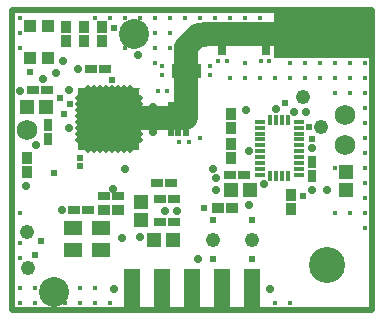
<source format=gts>
%FSLAX25Y25*%
%MOIN*%
G70*
G01*
G75*
G04 Layer_Color=8388736*
%ADD10C,0.02000*%
%ADD11R,0.05118X0.04134*%
%ADD12R,0.02756X0.03150*%
%ADD13R,0.01000X0.01000*%
%ADD14R,0.01575X0.03347*%
%ADD15R,0.03937X0.04331*%
%ADD16C,0.05000*%
%ADD17R,0.03543X0.03543*%
%ADD18R,0.03937X0.03937*%
%ADD19R,0.11024X0.02756*%
%ADD20R,0.03937X0.07874*%
%ADD21R,0.03150X0.02362*%
%ADD22R,0.02362X0.03150*%
%ADD23R,0.01000X0.01000*%
%ADD24R,0.03150X0.02756*%
%ADD25R,0.01969X0.01969*%
%ADD26R,0.01969X0.03937*%
%ADD27R,0.02658X0.00984*%
%ADD28R,0.00984X0.02658*%
%ADD29R,0.05000X0.12500*%
%ADD30O,0.01181X0.02559*%
%ADD31O,0.02559X0.01181*%
%ADD32R,0.14961X0.14961*%
%ADD33C,0.04000*%
%ADD34C,0.01200*%
%ADD35C,0.00500*%
%ADD36C,0.01000*%
%ADD37C,0.00800*%
%ADD38R,0.04500X0.04000*%
%ADD39R,0.05000X0.04000*%
%ADD40R,0.03000X0.05000*%
%ADD41R,0.06000X0.03000*%
%ADD42R,0.09000X0.04000*%
%ADD43R,0.04000X0.01000*%
%ADD44R,0.01000X0.04000*%
%ADD45R,0.03543X0.02598*%
%ADD46C,0.12000*%
%ADD47C,0.06000*%
%ADD48C,0.01600*%
%ADD49C,0.02000*%
%ADD50C,0.02598*%
%ADD51C,0.10000*%
%ADD52C,0.08000*%
%ADD53C,0.00984*%
%ADD54C,0.00591*%
%ADD55C,0.00787*%
%ADD56R,0.01369X0.01369*%
%ADD57R,0.33000X0.16000*%
%ADD58R,0.03000X0.01000*%
%ADD59R,0.01000X0.03000*%
%ADD60R,0.05918X0.04934*%
%ADD61R,0.03556X0.03950*%
%ADD62R,0.02375X0.04147*%
%ADD63R,0.04737X0.05131*%
%ADD64C,0.10000*%
%ADD65R,0.04343X0.04343*%
%ADD66R,0.04737X0.04737*%
%ADD67R,0.11824X0.03556*%
%ADD68R,0.04737X0.08674*%
%ADD69R,0.03950X0.03162*%
%ADD70R,0.03162X0.03950*%
%ADD71R,0.03950X0.03556*%
%ADD72R,0.02769X0.02769*%
%ADD73R,0.02769X0.04737*%
%ADD74R,0.03248X0.01575*%
%ADD75R,0.01575X0.03248*%
%ADD76R,0.05800X0.13300*%
%ADD77O,0.01981X0.03359*%
%ADD78O,0.03359X0.01981*%
%ADD79R,0.15761X0.15761*%
%ADD80C,0.04800*%
%ADD81C,0.06800*%
%ADD82C,0.02400*%
%ADD83C,0.02800*%
%ADD84C,0.03398*%
G36*
X42400Y73900D02*
Y53500D01*
X22200Y53600D01*
X22100Y53700D01*
Y74000D01*
X42500D01*
X42400Y73900D01*
D02*
G37*
D10*
X120000Y0D02*
Y100000D01*
X0D02*
X120000D01*
X0Y0D02*
Y100000D01*
Y0D02*
X120000D01*
D13*
X42200Y66700D02*
D03*
X39200D02*
D03*
X42000Y60800D02*
D03*
X39000D02*
D03*
D23*
X29300Y54200D02*
D03*
Y57200D02*
D03*
X35200Y54300D02*
D03*
Y57300D02*
D03*
D46*
X105000Y15000D02*
D03*
D48*
X59000Y56000D02*
D03*
X68500Y83000D02*
D03*
X83000D02*
D03*
X85500D02*
D03*
X71500D02*
D03*
X66000Y81500D02*
D03*
Y78500D02*
D03*
X50000Y81500D02*
D03*
Y78500D02*
D03*
X48500Y73000D02*
D03*
X51500D02*
D03*
X55500Y56000D02*
D03*
X62500Y57500D02*
D03*
X2500Y2500D02*
D03*
Y7500D02*
D03*
Y17500D02*
D03*
Y22500D02*
D03*
Y32500D02*
D03*
Y87500D02*
D03*
Y92500D02*
D03*
Y97500D02*
D03*
X7500Y2500D02*
D03*
Y7500D02*
D03*
X17500Y2500D02*
D03*
X22500D02*
D03*
Y7500D02*
D03*
X27500Y2500D02*
D03*
Y7500D02*
D03*
Y97500D02*
D03*
X32500Y2500D02*
D03*
Y97500D02*
D03*
X37500Y87500D02*
D03*
Y97500D02*
D03*
X42500D02*
D03*
X47500Y82500D02*
D03*
Y87500D02*
D03*
Y92500D02*
D03*
Y97500D02*
D03*
X52500Y87500D02*
D03*
Y92500D02*
D03*
Y97500D02*
D03*
X57500D02*
D03*
X62500D02*
D03*
X72500Y77500D02*
D03*
X77500D02*
D03*
Y82500D02*
D03*
X82500Y77500D02*
D03*
X87500Y2500D02*
D03*
Y77500D02*
D03*
X92500Y2500D02*
D03*
Y77500D02*
D03*
Y82500D02*
D03*
X97500Y77500D02*
D03*
Y82500D02*
D03*
X102500Y77500D02*
D03*
Y82500D02*
D03*
X107500Y32500D02*
D03*
Y47500D02*
D03*
Y72500D02*
D03*
Y77500D02*
D03*
Y82500D02*
D03*
X112500Y32500D02*
D03*
Y72500D02*
D03*
Y77500D02*
D03*
Y82500D02*
D03*
X117500Y27500D02*
D03*
Y32500D02*
D03*
Y37500D02*
D03*
Y42500D02*
D03*
Y47500D02*
D03*
Y52500D02*
D03*
Y57500D02*
D03*
Y62500D02*
D03*
Y67500D02*
D03*
Y72500D02*
D03*
Y77500D02*
D03*
Y82500D02*
D03*
X67500Y97500D02*
D03*
X72500D02*
D03*
X77500D02*
D03*
X82500D02*
D03*
D51*
X35300Y64700D02*
X35600Y64400D01*
D52*
X40900Y64600D02*
X41300Y64200D01*
X57900D01*
Y87700D01*
X62100Y91900D01*
X64000D01*
X64100Y92000D01*
X93200D01*
D57*
X103500Y92000D02*
D03*
D58*
X40200Y66700D02*
D03*
X40000Y60800D02*
D03*
D59*
X29300Y56200D02*
D03*
X35200Y56300D02*
D03*
D60*
X29500Y20216D02*
D03*
X20445D02*
D03*
Y27500D02*
D03*
X29500D02*
D03*
D61*
X24000Y89638D02*
D03*
Y94362D02*
D03*
X93000Y33638D02*
D03*
Y38362D02*
D03*
X73000Y65362D02*
D03*
Y60638D02*
D03*
X4900Y50862D02*
D03*
Y46138D02*
D03*
X73000Y50638D02*
D03*
Y55362D02*
D03*
X18000Y89638D02*
D03*
Y94362D02*
D03*
X30000Y89638D02*
D03*
Y94362D02*
D03*
D62*
X58000Y60120D02*
D03*
X55441D02*
D03*
X52882D02*
D03*
Y67600D02*
D03*
X55441D02*
D03*
X58000D02*
D03*
D63*
X111200Y45953D02*
D03*
Y40047D02*
D03*
X43000Y30047D02*
D03*
Y35953D02*
D03*
D64*
X40500Y92000D02*
D03*
X14000Y6000D02*
D03*
D65*
X6000Y84000D02*
D03*
Y94827D02*
D03*
X11906Y84000D02*
D03*
Y94827D02*
D03*
D66*
X4950Y67900D02*
D03*
X11250D02*
D03*
X79150Y40000D02*
D03*
X72850D02*
D03*
X53650Y23500D02*
D03*
X47350D02*
D03*
D67*
X103236Y95346D02*
D03*
Y88653D02*
D03*
D68*
X113472Y92000D02*
D03*
X93000D02*
D03*
D69*
X6838Y73300D02*
D03*
X11562D02*
D03*
X72638Y45000D02*
D03*
X77362D02*
D03*
X30638Y38000D02*
D03*
X35362D02*
D03*
X25262Y33300D02*
D03*
X20538D02*
D03*
X49138Y29500D02*
D03*
X53862D02*
D03*
X49138Y37000D02*
D03*
X53862D02*
D03*
X48138Y42500D02*
D03*
X52862D02*
D03*
X30962Y80300D02*
D03*
X26238D02*
D03*
X79862Y92000D02*
D03*
X75138D02*
D03*
D70*
X100000Y44638D02*
D03*
Y49362D02*
D03*
X12100Y61862D02*
D03*
Y57138D02*
D03*
X70000Y91862D02*
D03*
Y87138D02*
D03*
X84500Y91862D02*
D03*
Y87138D02*
D03*
D71*
X30638Y33300D02*
D03*
X35362D02*
D03*
X68638Y34000D02*
D03*
X73362D02*
D03*
D72*
X58000Y83837D02*
D03*
Y75963D02*
D03*
D73*
X54457Y79900D02*
D03*
X61543D02*
D03*
D74*
X82455Y45142D02*
D03*
Y47110D02*
D03*
Y49079D02*
D03*
Y51047D02*
D03*
Y53016D02*
D03*
Y54984D02*
D03*
Y56953D02*
D03*
Y58921D02*
D03*
Y60890D02*
D03*
Y62858D02*
D03*
X95545D02*
D03*
Y60890D02*
D03*
Y58921D02*
D03*
Y56953D02*
D03*
Y54984D02*
D03*
Y53016D02*
D03*
Y51047D02*
D03*
Y49079D02*
D03*
Y47110D02*
D03*
Y45142D02*
D03*
D75*
X86047Y63301D02*
D03*
X88015D02*
D03*
X89984D02*
D03*
X91952D02*
D03*
Y44699D02*
D03*
X89984D02*
D03*
X88015D02*
D03*
X86047D02*
D03*
D76*
X80000Y7000D02*
D03*
X70000D02*
D03*
X60000D02*
D03*
X50000D02*
D03*
X40000D02*
D03*
D77*
X25410Y54056D02*
D03*
X27379D02*
D03*
X29347D02*
D03*
X31316D02*
D03*
X33284D02*
D03*
X35253D02*
D03*
X37221D02*
D03*
X39190D02*
D03*
Y73544D02*
D03*
X37221D02*
D03*
X35253D02*
D03*
X33284D02*
D03*
X31316D02*
D03*
X29347D02*
D03*
X27379D02*
D03*
X25410D02*
D03*
D78*
X42044Y56910D02*
D03*
Y58879D02*
D03*
Y60847D02*
D03*
Y62816D02*
D03*
Y64784D02*
D03*
Y66753D02*
D03*
Y68721D02*
D03*
Y70690D02*
D03*
X22556D02*
D03*
Y68721D02*
D03*
Y66753D02*
D03*
Y64784D02*
D03*
Y62816D02*
D03*
Y60847D02*
D03*
Y58879D02*
D03*
Y56910D02*
D03*
D79*
X32300Y63800D02*
D03*
D80*
X5000Y26000D02*
D03*
X5200Y14000D02*
D03*
X97000Y71000D02*
D03*
X67000Y23500D02*
D03*
X80000D02*
D03*
X103000Y61000D02*
D03*
D81*
X111000Y65000D02*
D03*
Y55000D02*
D03*
X5000Y60000D02*
D03*
D82*
X34000Y94000D02*
D03*
X97000Y38000D02*
D03*
X100000Y57000D02*
D03*
X99000Y61000D02*
D03*
X91000Y69000D02*
D03*
X64000Y34000D02*
D03*
X67000Y30000D02*
D03*
X80000Y17000D02*
D03*
Y30000D02*
D03*
X67000Y17000D02*
D03*
X9500Y23000D02*
D03*
X7500Y18300D02*
D03*
X14000Y45800D02*
D03*
X17200Y65500D02*
D03*
X15800Y70700D02*
D03*
X5800Y79400D02*
D03*
X22500Y48000D02*
D03*
X22556Y50800D02*
D03*
X33200Y76900D02*
D03*
X19421Y68721D02*
D03*
D83*
X42000Y85000D02*
D03*
X105000Y40000D02*
D03*
X68000Y44000D02*
D03*
Y40000D02*
D03*
X77850Y66850D02*
D03*
X67000Y47000D02*
D03*
X100000Y40000D02*
D03*
X88000Y67000D02*
D03*
X94000Y66000D02*
D03*
X98000D02*
D03*
X100000Y54000D02*
D03*
X79000Y53000D02*
D03*
Y35000D02*
D03*
X84000Y42000D02*
D03*
X62000Y17000D02*
D03*
X86000Y7000D02*
D03*
X34000D02*
D03*
X14500Y79200D02*
D03*
X10400Y77200D02*
D03*
X22100Y80300D02*
D03*
X4700Y41600D02*
D03*
X2600Y73200D02*
D03*
X7900Y55200D02*
D03*
X19100Y60900D02*
D03*
X37500Y47000D02*
D03*
X55000Y33000D02*
D03*
X51000D02*
D03*
X42500Y24500D02*
D03*
X46800Y67800D02*
D03*
Y59500D02*
D03*
X17000Y83000D02*
D03*
X36600Y24200D02*
D03*
X16500Y33424D02*
D03*
X33681Y40319D02*
D03*
X19000Y73500D02*
D03*
D84*
X27576Y59076D02*
D03*
Y63800D02*
D03*
Y68524D02*
D03*
X32300Y59076D02*
D03*
Y63800D02*
D03*
Y68524D02*
D03*
X37024Y59076D02*
D03*
Y63800D02*
D03*
Y68524D02*
D03*
M02*

</source>
